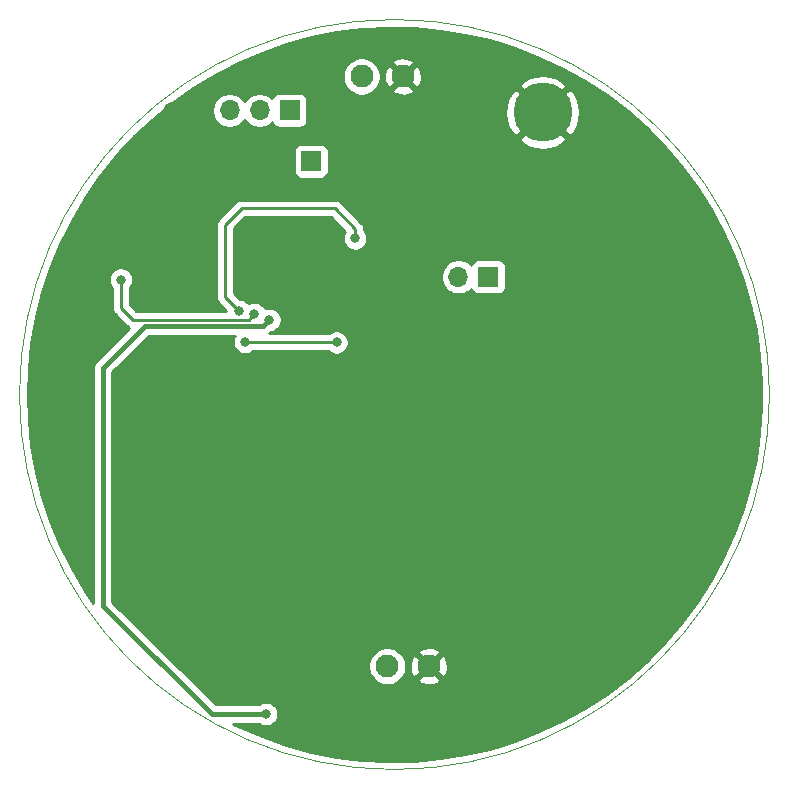
<source format=gbr>
G04 #@! TF.GenerationSoftware,KiCad,Pcbnew,(5.1.5)-3*
G04 #@! TF.CreationDate,2021-11-18T20:40:18-08:00*
G04 #@! TF.ProjectId,nixie_supply_v1,6e697869-655f-4737-9570-706c795f7631,rev?*
G04 #@! TF.SameCoordinates,Original*
G04 #@! TF.FileFunction,Copper,L4,Bot*
G04 #@! TF.FilePolarity,Positive*
%FSLAX46Y46*%
G04 Gerber Fmt 4.6, Leading zero omitted, Abs format (unit mm)*
G04 Created by KiCad (PCBNEW (5.1.5)-3) date 2021-11-18 20:40:18*
%MOMM*%
%LPD*%
G04 APERTURE LIST*
%ADD10C,0.120000*%
%ADD11C,5.000000*%
%ADD12O,1.700000X1.700000*%
%ADD13R,1.700000X1.700000*%
%ADD14C,1.950000*%
%ADD15C,0.800000*%
%ADD16C,1.600200*%
%ADD17C,0.250000*%
%ADD18C,0.381000*%
%ADD19C,0.254000*%
G04 APERTURE END LIST*
D10*
X159664400Y-69088000D02*
G75*
G03X159664400Y-69088000I-31750000J0D01*
G01*
D11*
X140462000Y-45212000D03*
D12*
X133324600Y-59131200D03*
D13*
X135864600Y-59131200D03*
D14*
X127307400Y-92100400D03*
X130807400Y-92100400D03*
X125123000Y-42164000D03*
X128623000Y-42164000D03*
D13*
X119024400Y-45034200D03*
D12*
X116484400Y-45034200D03*
X113944400Y-45034200D03*
D13*
X120853200Y-49326800D03*
D15*
X114782600Y-62026800D03*
X124587000Y-55880000D03*
D16*
X100421440Y-61526420D03*
X100421440Y-58986420D03*
X100421440Y-64066420D03*
X130886200Y-82397600D03*
X130886200Y-79857600D03*
D15*
X123398280Y-51440080D03*
X124668280Y-51440080D03*
D16*
X109169200Y-47599600D03*
X109169200Y-45059600D03*
X100365560Y-74693780D03*
X100365560Y-72153780D03*
X100365560Y-69613780D03*
X112115600Y-69189600D03*
X114655600Y-69189600D03*
X112115600Y-79349600D03*
X114655600Y-79349600D03*
X144322800Y-84455000D03*
X144322800Y-81915000D03*
X137795000Y-81915000D03*
X137795000Y-84455000D03*
X131671060Y-42006520D03*
X131671060Y-44546520D03*
X131671060Y-39466520D03*
X106606340Y-60612020D03*
X106606340Y-58072020D03*
X106832400Y-52603400D03*
X106832400Y-50063400D03*
D15*
X120294400Y-54889400D03*
X120294400Y-57429400D03*
X118719600Y-62458600D03*
X120269000Y-59944000D03*
X124663200Y-52578000D03*
X104749600Y-59359800D03*
X116052600Y-62280800D03*
X117322600Y-62763400D03*
X117043200Y-96139000D03*
X115265200Y-64643000D03*
X123017280Y-64678560D03*
D17*
X124587000Y-55880000D02*
X124587000Y-55880000D01*
X113588800Y-60833000D02*
X113588800Y-54711600D01*
X124587000Y-55092600D02*
X124587000Y-55880000D01*
X114782600Y-62026800D02*
X113588800Y-60833000D01*
X113588800Y-54711600D02*
X114960400Y-53340000D01*
X114960400Y-53340000D02*
X122834400Y-53340000D01*
X122834400Y-53340000D02*
X124587000Y-55092600D01*
X104749600Y-59359800D02*
X104749600Y-59359800D01*
X115581599Y-62751801D02*
X116052600Y-62280800D01*
X105754001Y-62751801D02*
X115581599Y-62751801D01*
X104749600Y-59359800D02*
X104749600Y-61747400D01*
X104749600Y-61747400D02*
X105754001Y-62751801D01*
D18*
X103200200Y-66852800D02*
X103200200Y-87020400D01*
X103200200Y-87020400D02*
X112431222Y-96139000D01*
X116814600Y-63271400D02*
X106781600Y-63271400D01*
X117322600Y-62763400D02*
X116814600Y-63271400D01*
X106781600Y-63271400D02*
X103200200Y-66852800D01*
X112431222Y-96139000D02*
X117043200Y-96139000D01*
D17*
X115290600Y-64668400D02*
X115265200Y-64643000D01*
X115300760Y-64678560D02*
X115265200Y-64643000D01*
X123017280Y-64678560D02*
X115300760Y-64678560D01*
D19*
G36*
X129557938Y-38076521D02*
G01*
X131741361Y-38269704D01*
X133905719Y-38616421D01*
X136040228Y-39114946D01*
X138134255Y-39762796D01*
X140177367Y-40556742D01*
X142159385Y-41492830D01*
X144070436Y-42566395D01*
X145900998Y-43772090D01*
X147641952Y-45103907D01*
X149284624Y-46555212D01*
X150820831Y-48118774D01*
X152242919Y-49786803D01*
X153543803Y-51550991D01*
X154717004Y-53402546D01*
X155756675Y-55332246D01*
X156657637Y-57330476D01*
X157415402Y-59387282D01*
X158026194Y-61492416D01*
X158486971Y-63635391D01*
X158795437Y-65805531D01*
X158950055Y-67992024D01*
X158950055Y-70183976D01*
X158795437Y-72370469D01*
X158486971Y-74540609D01*
X158026194Y-76683584D01*
X157415402Y-78788718D01*
X156657637Y-80845524D01*
X155756675Y-82843754D01*
X154717004Y-84773454D01*
X153543803Y-86625009D01*
X152242919Y-88389197D01*
X150820831Y-90057226D01*
X149284624Y-91620788D01*
X147641952Y-93072093D01*
X145900998Y-94403910D01*
X144070436Y-95609605D01*
X142159385Y-96683170D01*
X140177367Y-97619258D01*
X138134255Y-98413204D01*
X136040228Y-99061054D01*
X133905719Y-99559579D01*
X131741361Y-99906296D01*
X129557938Y-100099479D01*
X127366326Y-100138163D01*
X125177445Y-100022158D01*
X123002200Y-99752039D01*
X120851427Y-99329155D01*
X118735841Y-98755610D01*
X116665982Y-98034263D01*
X114652162Y-97168706D01*
X114256577Y-96964500D01*
X116415697Y-96964500D01*
X116552944Y-97056205D01*
X116741302Y-97134226D01*
X116941261Y-97174000D01*
X117145139Y-97174000D01*
X117345098Y-97134226D01*
X117533456Y-97056205D01*
X117702974Y-96942937D01*
X117847137Y-96798774D01*
X117960405Y-96629256D01*
X118038426Y-96440898D01*
X118078200Y-96240939D01*
X118078200Y-96037061D01*
X118038426Y-95837102D01*
X117960405Y-95648744D01*
X117847137Y-95479226D01*
X117702974Y-95335063D01*
X117533456Y-95221795D01*
X117345098Y-95143774D01*
X117145139Y-95104000D01*
X116941261Y-95104000D01*
X116741302Y-95143774D01*
X116552944Y-95221795D01*
X116415697Y-95313500D01*
X112770197Y-95313500D01*
X109356957Y-91941829D01*
X125697400Y-91941829D01*
X125697400Y-92258971D01*
X125759271Y-92570020D01*
X125880637Y-92863021D01*
X126056831Y-93126715D01*
X126281085Y-93350969D01*
X126544779Y-93527163D01*
X126837780Y-93648529D01*
X127148829Y-93710400D01*
X127465971Y-93710400D01*
X127777020Y-93648529D01*
X128070021Y-93527163D01*
X128333715Y-93350969D01*
X128466700Y-93217984D01*
X129869421Y-93217984D01*
X129962166Y-93479829D01*
X130247520Y-93618220D01*
X130554390Y-93698283D01*
X130870984Y-93716940D01*
X131185133Y-93673474D01*
X131484767Y-93569556D01*
X131652634Y-93479829D01*
X131745379Y-93217984D01*
X130807400Y-92280005D01*
X129869421Y-93217984D01*
X128466700Y-93217984D01*
X128557969Y-93126715D01*
X128734163Y-92863021D01*
X128855529Y-92570020D01*
X128917400Y-92258971D01*
X128917400Y-92163984D01*
X129190860Y-92163984D01*
X129234326Y-92478133D01*
X129338244Y-92777767D01*
X129427971Y-92945634D01*
X129689816Y-93038379D01*
X130627795Y-92100400D01*
X130987005Y-92100400D01*
X131924984Y-93038379D01*
X132186829Y-92945634D01*
X132325220Y-92660280D01*
X132405283Y-92353410D01*
X132423940Y-92036816D01*
X132380474Y-91722667D01*
X132276556Y-91423033D01*
X132186829Y-91255166D01*
X131924984Y-91162421D01*
X130987005Y-92100400D01*
X130627795Y-92100400D01*
X129689816Y-91162421D01*
X129427971Y-91255166D01*
X129289580Y-91540520D01*
X129209517Y-91847390D01*
X129190860Y-92163984D01*
X128917400Y-92163984D01*
X128917400Y-91941829D01*
X128855529Y-91630780D01*
X128734163Y-91337779D01*
X128557969Y-91074085D01*
X128466700Y-90982816D01*
X129869421Y-90982816D01*
X130807400Y-91920795D01*
X131745379Y-90982816D01*
X131652634Y-90720971D01*
X131367280Y-90582580D01*
X131060410Y-90502517D01*
X130743816Y-90483860D01*
X130429667Y-90527326D01*
X130130033Y-90631244D01*
X129962166Y-90720971D01*
X129869421Y-90982816D01*
X128466700Y-90982816D01*
X128333715Y-90849831D01*
X128070021Y-90673637D01*
X127777020Y-90552271D01*
X127465971Y-90490400D01*
X127148829Y-90490400D01*
X126837780Y-90552271D01*
X126544779Y-90673637D01*
X126281085Y-90849831D01*
X126056831Y-91074085D01*
X125880637Y-91337779D01*
X125759271Y-91630780D01*
X125697400Y-91941829D01*
X109356957Y-91941829D01*
X104025700Y-86675501D01*
X104025700Y-67194732D01*
X107123533Y-64096900D01*
X114385309Y-64096900D01*
X114347995Y-64152744D01*
X114269974Y-64341102D01*
X114230200Y-64541061D01*
X114230200Y-64744939D01*
X114269974Y-64944898D01*
X114347995Y-65133256D01*
X114461263Y-65302774D01*
X114605426Y-65446937D01*
X114774944Y-65560205D01*
X114963302Y-65638226D01*
X115163261Y-65678000D01*
X115367139Y-65678000D01*
X115567098Y-65638226D01*
X115755456Y-65560205D01*
X115924974Y-65446937D01*
X115933351Y-65438560D01*
X122313569Y-65438560D01*
X122357506Y-65482497D01*
X122527024Y-65595765D01*
X122715382Y-65673786D01*
X122915341Y-65713560D01*
X123119219Y-65713560D01*
X123319178Y-65673786D01*
X123507536Y-65595765D01*
X123677054Y-65482497D01*
X123821217Y-65338334D01*
X123934485Y-65168816D01*
X124012506Y-64980458D01*
X124052280Y-64780499D01*
X124052280Y-64576621D01*
X124012506Y-64376662D01*
X123934485Y-64188304D01*
X123821217Y-64018786D01*
X123677054Y-63874623D01*
X123507536Y-63761355D01*
X123319178Y-63683334D01*
X123119219Y-63643560D01*
X122915341Y-63643560D01*
X122715382Y-63683334D01*
X122527024Y-63761355D01*
X122357506Y-63874623D01*
X122313569Y-63918560D01*
X117327276Y-63918560D01*
X117401141Y-63857941D01*
X117426998Y-63826434D01*
X117462603Y-63790829D01*
X117624498Y-63758626D01*
X117812856Y-63680605D01*
X117982374Y-63567337D01*
X118126537Y-63423174D01*
X118239805Y-63253656D01*
X118317826Y-63065298D01*
X118357600Y-62865339D01*
X118357600Y-62661461D01*
X118317826Y-62461502D01*
X118239805Y-62273144D01*
X118126537Y-62103626D01*
X117982374Y-61959463D01*
X117812856Y-61846195D01*
X117624498Y-61768174D01*
X117424539Y-61728400D01*
X117220661Y-61728400D01*
X117020702Y-61768174D01*
X116969131Y-61789536D01*
X116856537Y-61621026D01*
X116712374Y-61476863D01*
X116542856Y-61363595D01*
X116354498Y-61285574D01*
X116154539Y-61245800D01*
X115950661Y-61245800D01*
X115750702Y-61285574D01*
X115577025Y-61357514D01*
X115442374Y-61222863D01*
X115272856Y-61109595D01*
X115084498Y-61031574D01*
X114884539Y-60991800D01*
X114822402Y-60991800D01*
X114348800Y-60518199D01*
X114348800Y-58984940D01*
X131839600Y-58984940D01*
X131839600Y-59277460D01*
X131896668Y-59564358D01*
X132008610Y-59834611D01*
X132171125Y-60077832D01*
X132377968Y-60284675D01*
X132621189Y-60447190D01*
X132891442Y-60559132D01*
X133178340Y-60616200D01*
X133470860Y-60616200D01*
X133757758Y-60559132D01*
X134028011Y-60447190D01*
X134271232Y-60284675D01*
X134403087Y-60152820D01*
X134425098Y-60225380D01*
X134484063Y-60335694D01*
X134563415Y-60432385D01*
X134660106Y-60511737D01*
X134770420Y-60570702D01*
X134890118Y-60607012D01*
X135014600Y-60619272D01*
X136714600Y-60619272D01*
X136839082Y-60607012D01*
X136958780Y-60570702D01*
X137069094Y-60511737D01*
X137165785Y-60432385D01*
X137245137Y-60335694D01*
X137304102Y-60225380D01*
X137340412Y-60105682D01*
X137352672Y-59981200D01*
X137352672Y-58281200D01*
X137340412Y-58156718D01*
X137304102Y-58037020D01*
X137245137Y-57926706D01*
X137165785Y-57830015D01*
X137069094Y-57750663D01*
X136958780Y-57691698D01*
X136839082Y-57655388D01*
X136714600Y-57643128D01*
X135014600Y-57643128D01*
X134890118Y-57655388D01*
X134770420Y-57691698D01*
X134660106Y-57750663D01*
X134563415Y-57830015D01*
X134484063Y-57926706D01*
X134425098Y-58037020D01*
X134403087Y-58109580D01*
X134271232Y-57977725D01*
X134028011Y-57815210D01*
X133757758Y-57703268D01*
X133470860Y-57646200D01*
X133178340Y-57646200D01*
X132891442Y-57703268D01*
X132621189Y-57815210D01*
X132377968Y-57977725D01*
X132171125Y-58184568D01*
X132008610Y-58427789D01*
X131896668Y-58698042D01*
X131839600Y-58984940D01*
X114348800Y-58984940D01*
X114348800Y-55026401D01*
X115275202Y-54100000D01*
X122519599Y-54100000D01*
X123725690Y-55306091D01*
X123669795Y-55389744D01*
X123591774Y-55578102D01*
X123552000Y-55778061D01*
X123552000Y-55981939D01*
X123591774Y-56181898D01*
X123669795Y-56370256D01*
X123783063Y-56539774D01*
X123927226Y-56683937D01*
X124096744Y-56797205D01*
X124285102Y-56875226D01*
X124485061Y-56915000D01*
X124688939Y-56915000D01*
X124888898Y-56875226D01*
X125077256Y-56797205D01*
X125246774Y-56683937D01*
X125390937Y-56539774D01*
X125504205Y-56370256D01*
X125582226Y-56181898D01*
X125622000Y-55981939D01*
X125622000Y-55778061D01*
X125582226Y-55578102D01*
X125504205Y-55389744D01*
X125390937Y-55220226D01*
X125347000Y-55176289D01*
X125347000Y-55129925D01*
X125350676Y-55092600D01*
X125347000Y-55055275D01*
X125347000Y-55055267D01*
X125336003Y-54943614D01*
X125292546Y-54800353D01*
X125221974Y-54668324D01*
X125127001Y-54552599D01*
X125098004Y-54528802D01*
X123398204Y-52829003D01*
X123374401Y-52799999D01*
X123258676Y-52705026D01*
X123126647Y-52634454D01*
X122983386Y-52590997D01*
X122871733Y-52580000D01*
X122871722Y-52580000D01*
X122834400Y-52576324D01*
X122797078Y-52580000D01*
X114997722Y-52580000D01*
X114960399Y-52576324D01*
X114923076Y-52580000D01*
X114923067Y-52580000D01*
X114811414Y-52590997D01*
X114668153Y-52634454D01*
X114536124Y-52705026D01*
X114420399Y-52799999D01*
X114396601Y-52828997D01*
X113077798Y-54147801D01*
X113048800Y-54171599D01*
X113025002Y-54200597D01*
X113025001Y-54200598D01*
X112953826Y-54287324D01*
X112883254Y-54419354D01*
X112839798Y-54562615D01*
X112825124Y-54711600D01*
X112828801Y-54748932D01*
X112828800Y-60795677D01*
X112825124Y-60833000D01*
X112828800Y-60870322D01*
X112828800Y-60870332D01*
X112839797Y-60981985D01*
X112879365Y-61112426D01*
X112883254Y-61125246D01*
X112953826Y-61257276D01*
X112977050Y-61285574D01*
X113048799Y-61373001D01*
X113077803Y-61396804D01*
X113672799Y-61991801D01*
X106068803Y-61991801D01*
X105509600Y-61432599D01*
X105509600Y-60063511D01*
X105553537Y-60019574D01*
X105666805Y-59850056D01*
X105744826Y-59661698D01*
X105784600Y-59461739D01*
X105784600Y-59257861D01*
X105744826Y-59057902D01*
X105666805Y-58869544D01*
X105553537Y-58700026D01*
X105409374Y-58555863D01*
X105239856Y-58442595D01*
X105051498Y-58364574D01*
X104851539Y-58324800D01*
X104647661Y-58324800D01*
X104447702Y-58364574D01*
X104259344Y-58442595D01*
X104089826Y-58555863D01*
X103945663Y-58700026D01*
X103832395Y-58869544D01*
X103754374Y-59057902D01*
X103714600Y-59257861D01*
X103714600Y-59461739D01*
X103754374Y-59661698D01*
X103832395Y-59850056D01*
X103945663Y-60019574D01*
X103989600Y-60063511D01*
X103989601Y-61710068D01*
X103985924Y-61747400D01*
X104000598Y-61896385D01*
X104044054Y-62039646D01*
X104114626Y-62171676D01*
X104185801Y-62258402D01*
X104209600Y-62287401D01*
X104238598Y-62311199D01*
X105190202Y-63262804D01*
X105214000Y-63291802D01*
X105242998Y-63315600D01*
X105329725Y-63386775D01*
X105439901Y-63445666D01*
X102645166Y-66240402D01*
X102613659Y-66266259D01*
X102544414Y-66350635D01*
X102510501Y-66391958D01*
X102433848Y-66535366D01*
X102433847Y-66535367D01*
X102386644Y-66690975D01*
X102376108Y-66797953D01*
X102370706Y-66852800D01*
X102374700Y-66893350D01*
X102374701Y-86721851D01*
X101682055Y-85709586D01*
X100574930Y-83817780D01*
X99604009Y-81852590D01*
X98774128Y-79823809D01*
X98089423Y-77741541D01*
X97553305Y-75616163D01*
X97168444Y-73458261D01*
X96936757Y-71278587D01*
X96859400Y-69088000D01*
X96936757Y-66897413D01*
X97168444Y-64717739D01*
X97553305Y-62559837D01*
X98089423Y-60434459D01*
X98774128Y-58352191D01*
X99604009Y-56323410D01*
X100574930Y-54358220D01*
X101682055Y-52466414D01*
X102919869Y-50657416D01*
X104282204Y-48940238D01*
X104706448Y-48476800D01*
X119365128Y-48476800D01*
X119365128Y-50176800D01*
X119377388Y-50301282D01*
X119413698Y-50420980D01*
X119472663Y-50531294D01*
X119552015Y-50627985D01*
X119648706Y-50707337D01*
X119759020Y-50766302D01*
X119878718Y-50802612D01*
X120003200Y-50814872D01*
X121703200Y-50814872D01*
X121827682Y-50802612D01*
X121947380Y-50766302D01*
X122057694Y-50707337D01*
X122154385Y-50627985D01*
X122233737Y-50531294D01*
X122292702Y-50420980D01*
X122329012Y-50301282D01*
X122341272Y-50176800D01*
X122341272Y-48476800D01*
X122329012Y-48352318D01*
X122292702Y-48232620D01*
X122233737Y-48122306D01*
X122154385Y-48025615D01*
X122057694Y-47946263D01*
X121947380Y-47887298D01*
X121827682Y-47850988D01*
X121703200Y-47838728D01*
X120003200Y-47838728D01*
X119878718Y-47850988D01*
X119759020Y-47887298D01*
X119648706Y-47946263D01*
X119552015Y-48025615D01*
X119472663Y-48122306D01*
X119413698Y-48232620D01*
X119377388Y-48352318D01*
X119365128Y-48476800D01*
X104706448Y-48476800D01*
X105678316Y-47415148D01*
X138438457Y-47415148D01*
X138714627Y-47833118D01*
X139259557Y-48123649D01*
X139850696Y-48302287D01*
X140465328Y-48362168D01*
X141079831Y-48300990D01*
X141670592Y-48121103D01*
X142209373Y-47833118D01*
X142485543Y-47415148D01*
X140462000Y-45391605D01*
X138438457Y-47415148D01*
X105678316Y-47415148D01*
X105762273Y-47323435D01*
X107352703Y-45815062D01*
X108479866Y-44887940D01*
X112459400Y-44887940D01*
X112459400Y-45180460D01*
X112516468Y-45467358D01*
X112628410Y-45737611D01*
X112790925Y-45980832D01*
X112997768Y-46187675D01*
X113240989Y-46350190D01*
X113511242Y-46462132D01*
X113798140Y-46519200D01*
X114090660Y-46519200D01*
X114377558Y-46462132D01*
X114647811Y-46350190D01*
X114891032Y-46187675D01*
X115097875Y-45980832D01*
X115214400Y-45806440D01*
X115330925Y-45980832D01*
X115537768Y-46187675D01*
X115780989Y-46350190D01*
X116051242Y-46462132D01*
X116338140Y-46519200D01*
X116630660Y-46519200D01*
X116917558Y-46462132D01*
X117187811Y-46350190D01*
X117431032Y-46187675D01*
X117562887Y-46055820D01*
X117584898Y-46128380D01*
X117643863Y-46238694D01*
X117723215Y-46335385D01*
X117819906Y-46414737D01*
X117930220Y-46473702D01*
X118049918Y-46510012D01*
X118174400Y-46522272D01*
X119874400Y-46522272D01*
X119998882Y-46510012D01*
X120118580Y-46473702D01*
X120228894Y-46414737D01*
X120325585Y-46335385D01*
X120404937Y-46238694D01*
X120463902Y-46128380D01*
X120500212Y-46008682D01*
X120512472Y-45884200D01*
X120512472Y-45215328D01*
X137311832Y-45215328D01*
X137373010Y-45829831D01*
X137552897Y-46420592D01*
X137840882Y-46959373D01*
X138258852Y-47235543D01*
X140282395Y-45212000D01*
X140641605Y-45212000D01*
X142665148Y-47235543D01*
X143083118Y-46959373D01*
X143373649Y-46414443D01*
X143552287Y-45823304D01*
X143612168Y-45208672D01*
X143550990Y-44594169D01*
X143371103Y-44003408D01*
X143083118Y-43464627D01*
X142665148Y-43188457D01*
X140641605Y-45212000D01*
X140282395Y-45212000D01*
X138258852Y-43188457D01*
X137840882Y-43464627D01*
X137550351Y-44009557D01*
X137371713Y-44600696D01*
X137311832Y-45215328D01*
X120512472Y-45215328D01*
X120512472Y-44184200D01*
X120500212Y-44059718D01*
X120463902Y-43940020D01*
X120404937Y-43829706D01*
X120325585Y-43733015D01*
X120228894Y-43653663D01*
X120118580Y-43594698D01*
X119998882Y-43558388D01*
X119874400Y-43546128D01*
X118174400Y-43546128D01*
X118049918Y-43558388D01*
X117930220Y-43594698D01*
X117819906Y-43653663D01*
X117723215Y-43733015D01*
X117643863Y-43829706D01*
X117584898Y-43940020D01*
X117562887Y-44012580D01*
X117431032Y-43880725D01*
X117187811Y-43718210D01*
X116917558Y-43606268D01*
X116630660Y-43549200D01*
X116338140Y-43549200D01*
X116051242Y-43606268D01*
X115780989Y-43718210D01*
X115537768Y-43880725D01*
X115330925Y-44087568D01*
X115214400Y-44261960D01*
X115097875Y-44087568D01*
X114891032Y-43880725D01*
X114647811Y-43718210D01*
X114377558Y-43606268D01*
X114090660Y-43549200D01*
X113798140Y-43549200D01*
X113511242Y-43606268D01*
X113240989Y-43718210D01*
X112997768Y-43880725D01*
X112790925Y-44087568D01*
X112628410Y-44330789D01*
X112516468Y-44601042D01*
X112459400Y-44887940D01*
X108479866Y-44887940D01*
X109045571Y-44422633D01*
X110832442Y-43153087D01*
X112704414Y-42012746D01*
X112718588Y-42005429D01*
X123513000Y-42005429D01*
X123513000Y-42322571D01*
X123574871Y-42633620D01*
X123696237Y-42926621D01*
X123872431Y-43190315D01*
X124096685Y-43414569D01*
X124360379Y-43590763D01*
X124653380Y-43712129D01*
X124964429Y-43774000D01*
X125281571Y-43774000D01*
X125592620Y-43712129D01*
X125885621Y-43590763D01*
X126149315Y-43414569D01*
X126282300Y-43281584D01*
X127685021Y-43281584D01*
X127777766Y-43543429D01*
X128063120Y-43681820D01*
X128369990Y-43761883D01*
X128686584Y-43780540D01*
X129000733Y-43737074D01*
X129300367Y-43633156D01*
X129468234Y-43543429D01*
X129560979Y-43281584D01*
X128623000Y-42343605D01*
X127685021Y-43281584D01*
X126282300Y-43281584D01*
X126373569Y-43190315D01*
X126549763Y-42926621D01*
X126671129Y-42633620D01*
X126733000Y-42322571D01*
X126733000Y-42227584D01*
X127006460Y-42227584D01*
X127049926Y-42541733D01*
X127153844Y-42841367D01*
X127243571Y-43009234D01*
X127505416Y-43101979D01*
X128443395Y-42164000D01*
X128802605Y-42164000D01*
X129740584Y-43101979D01*
X130002429Y-43009234D01*
X130002614Y-43008852D01*
X138438457Y-43008852D01*
X140462000Y-45032395D01*
X142485543Y-43008852D01*
X142209373Y-42590882D01*
X141664443Y-42300351D01*
X141073304Y-42121713D01*
X140458672Y-42061832D01*
X139844169Y-42123010D01*
X139253408Y-42302897D01*
X138714627Y-42590882D01*
X138438457Y-43008852D01*
X130002614Y-43008852D01*
X130140820Y-42723880D01*
X130220883Y-42417010D01*
X130239540Y-42100416D01*
X130196074Y-41786267D01*
X130092156Y-41486633D01*
X130002429Y-41318766D01*
X129740584Y-41226021D01*
X128802605Y-42164000D01*
X128443395Y-42164000D01*
X127505416Y-41226021D01*
X127243571Y-41318766D01*
X127105180Y-41604120D01*
X127025117Y-41910990D01*
X127006460Y-42227584D01*
X126733000Y-42227584D01*
X126733000Y-42005429D01*
X126671129Y-41694380D01*
X126549763Y-41401379D01*
X126373569Y-41137685D01*
X126282300Y-41046416D01*
X127685021Y-41046416D01*
X128623000Y-41984395D01*
X129560979Y-41046416D01*
X129468234Y-40784571D01*
X129182880Y-40646180D01*
X128876010Y-40566117D01*
X128559416Y-40547460D01*
X128245267Y-40590926D01*
X127945633Y-40694844D01*
X127777766Y-40784571D01*
X127685021Y-41046416D01*
X126282300Y-41046416D01*
X126149315Y-40913431D01*
X125885621Y-40737237D01*
X125592620Y-40615871D01*
X125281571Y-40554000D01*
X124964429Y-40554000D01*
X124653380Y-40615871D01*
X124360379Y-40737237D01*
X124096685Y-40913431D01*
X123872431Y-41137685D01*
X123696237Y-41401379D01*
X123574871Y-41694380D01*
X123513000Y-42005429D01*
X112718588Y-42005429D01*
X114652162Y-41007294D01*
X116665982Y-40141737D01*
X118735841Y-39420390D01*
X120851427Y-38846845D01*
X123002200Y-38423961D01*
X125177445Y-38153842D01*
X127366326Y-38037837D01*
X129557938Y-38076521D01*
G37*
X129557938Y-38076521D02*
X131741361Y-38269704D01*
X133905719Y-38616421D01*
X136040228Y-39114946D01*
X138134255Y-39762796D01*
X140177367Y-40556742D01*
X142159385Y-41492830D01*
X144070436Y-42566395D01*
X145900998Y-43772090D01*
X147641952Y-45103907D01*
X149284624Y-46555212D01*
X150820831Y-48118774D01*
X152242919Y-49786803D01*
X153543803Y-51550991D01*
X154717004Y-53402546D01*
X155756675Y-55332246D01*
X156657637Y-57330476D01*
X157415402Y-59387282D01*
X158026194Y-61492416D01*
X158486971Y-63635391D01*
X158795437Y-65805531D01*
X158950055Y-67992024D01*
X158950055Y-70183976D01*
X158795437Y-72370469D01*
X158486971Y-74540609D01*
X158026194Y-76683584D01*
X157415402Y-78788718D01*
X156657637Y-80845524D01*
X155756675Y-82843754D01*
X154717004Y-84773454D01*
X153543803Y-86625009D01*
X152242919Y-88389197D01*
X150820831Y-90057226D01*
X149284624Y-91620788D01*
X147641952Y-93072093D01*
X145900998Y-94403910D01*
X144070436Y-95609605D01*
X142159385Y-96683170D01*
X140177367Y-97619258D01*
X138134255Y-98413204D01*
X136040228Y-99061054D01*
X133905719Y-99559579D01*
X131741361Y-99906296D01*
X129557938Y-100099479D01*
X127366326Y-100138163D01*
X125177445Y-100022158D01*
X123002200Y-99752039D01*
X120851427Y-99329155D01*
X118735841Y-98755610D01*
X116665982Y-98034263D01*
X114652162Y-97168706D01*
X114256577Y-96964500D01*
X116415697Y-96964500D01*
X116552944Y-97056205D01*
X116741302Y-97134226D01*
X116941261Y-97174000D01*
X117145139Y-97174000D01*
X117345098Y-97134226D01*
X117533456Y-97056205D01*
X117702974Y-96942937D01*
X117847137Y-96798774D01*
X117960405Y-96629256D01*
X118038426Y-96440898D01*
X118078200Y-96240939D01*
X118078200Y-96037061D01*
X118038426Y-95837102D01*
X117960405Y-95648744D01*
X117847137Y-95479226D01*
X117702974Y-95335063D01*
X117533456Y-95221795D01*
X117345098Y-95143774D01*
X117145139Y-95104000D01*
X116941261Y-95104000D01*
X116741302Y-95143774D01*
X116552944Y-95221795D01*
X116415697Y-95313500D01*
X112770197Y-95313500D01*
X109356957Y-91941829D01*
X125697400Y-91941829D01*
X125697400Y-92258971D01*
X125759271Y-92570020D01*
X125880637Y-92863021D01*
X126056831Y-93126715D01*
X126281085Y-93350969D01*
X126544779Y-93527163D01*
X126837780Y-93648529D01*
X127148829Y-93710400D01*
X127465971Y-93710400D01*
X127777020Y-93648529D01*
X128070021Y-93527163D01*
X128333715Y-93350969D01*
X128466700Y-93217984D01*
X129869421Y-93217984D01*
X129962166Y-93479829D01*
X130247520Y-93618220D01*
X130554390Y-93698283D01*
X130870984Y-93716940D01*
X131185133Y-93673474D01*
X131484767Y-93569556D01*
X131652634Y-93479829D01*
X131745379Y-93217984D01*
X130807400Y-92280005D01*
X129869421Y-93217984D01*
X128466700Y-93217984D01*
X128557969Y-93126715D01*
X128734163Y-92863021D01*
X128855529Y-92570020D01*
X128917400Y-92258971D01*
X128917400Y-92163984D01*
X129190860Y-92163984D01*
X129234326Y-92478133D01*
X129338244Y-92777767D01*
X129427971Y-92945634D01*
X129689816Y-93038379D01*
X130627795Y-92100400D01*
X130987005Y-92100400D01*
X131924984Y-93038379D01*
X132186829Y-92945634D01*
X132325220Y-92660280D01*
X132405283Y-92353410D01*
X132423940Y-92036816D01*
X132380474Y-91722667D01*
X132276556Y-91423033D01*
X132186829Y-91255166D01*
X131924984Y-91162421D01*
X130987005Y-92100400D01*
X130627795Y-92100400D01*
X129689816Y-91162421D01*
X129427971Y-91255166D01*
X129289580Y-91540520D01*
X129209517Y-91847390D01*
X129190860Y-92163984D01*
X128917400Y-92163984D01*
X128917400Y-91941829D01*
X128855529Y-91630780D01*
X128734163Y-91337779D01*
X128557969Y-91074085D01*
X128466700Y-90982816D01*
X129869421Y-90982816D01*
X130807400Y-91920795D01*
X131745379Y-90982816D01*
X131652634Y-90720971D01*
X131367280Y-90582580D01*
X131060410Y-90502517D01*
X130743816Y-90483860D01*
X130429667Y-90527326D01*
X130130033Y-90631244D01*
X129962166Y-90720971D01*
X129869421Y-90982816D01*
X128466700Y-90982816D01*
X128333715Y-90849831D01*
X128070021Y-90673637D01*
X127777020Y-90552271D01*
X127465971Y-90490400D01*
X127148829Y-90490400D01*
X126837780Y-90552271D01*
X126544779Y-90673637D01*
X126281085Y-90849831D01*
X126056831Y-91074085D01*
X125880637Y-91337779D01*
X125759271Y-91630780D01*
X125697400Y-91941829D01*
X109356957Y-91941829D01*
X104025700Y-86675501D01*
X104025700Y-67194732D01*
X107123533Y-64096900D01*
X114385309Y-64096900D01*
X114347995Y-64152744D01*
X114269974Y-64341102D01*
X114230200Y-64541061D01*
X114230200Y-64744939D01*
X114269974Y-64944898D01*
X114347995Y-65133256D01*
X114461263Y-65302774D01*
X114605426Y-65446937D01*
X114774944Y-65560205D01*
X114963302Y-65638226D01*
X115163261Y-65678000D01*
X115367139Y-65678000D01*
X115567098Y-65638226D01*
X115755456Y-65560205D01*
X115924974Y-65446937D01*
X115933351Y-65438560D01*
X122313569Y-65438560D01*
X122357506Y-65482497D01*
X122527024Y-65595765D01*
X122715382Y-65673786D01*
X122915341Y-65713560D01*
X123119219Y-65713560D01*
X123319178Y-65673786D01*
X123507536Y-65595765D01*
X123677054Y-65482497D01*
X123821217Y-65338334D01*
X123934485Y-65168816D01*
X124012506Y-64980458D01*
X124052280Y-64780499D01*
X124052280Y-64576621D01*
X124012506Y-64376662D01*
X123934485Y-64188304D01*
X123821217Y-64018786D01*
X123677054Y-63874623D01*
X123507536Y-63761355D01*
X123319178Y-63683334D01*
X123119219Y-63643560D01*
X122915341Y-63643560D01*
X122715382Y-63683334D01*
X122527024Y-63761355D01*
X122357506Y-63874623D01*
X122313569Y-63918560D01*
X117327276Y-63918560D01*
X117401141Y-63857941D01*
X117426998Y-63826434D01*
X117462603Y-63790829D01*
X117624498Y-63758626D01*
X117812856Y-63680605D01*
X117982374Y-63567337D01*
X118126537Y-63423174D01*
X118239805Y-63253656D01*
X118317826Y-63065298D01*
X118357600Y-62865339D01*
X118357600Y-62661461D01*
X118317826Y-62461502D01*
X118239805Y-62273144D01*
X118126537Y-62103626D01*
X117982374Y-61959463D01*
X117812856Y-61846195D01*
X117624498Y-61768174D01*
X117424539Y-61728400D01*
X117220661Y-61728400D01*
X117020702Y-61768174D01*
X116969131Y-61789536D01*
X116856537Y-61621026D01*
X116712374Y-61476863D01*
X116542856Y-61363595D01*
X116354498Y-61285574D01*
X116154539Y-61245800D01*
X115950661Y-61245800D01*
X115750702Y-61285574D01*
X115577025Y-61357514D01*
X115442374Y-61222863D01*
X115272856Y-61109595D01*
X115084498Y-61031574D01*
X114884539Y-60991800D01*
X114822402Y-60991800D01*
X114348800Y-60518199D01*
X114348800Y-58984940D01*
X131839600Y-58984940D01*
X131839600Y-59277460D01*
X131896668Y-59564358D01*
X132008610Y-59834611D01*
X132171125Y-60077832D01*
X132377968Y-60284675D01*
X132621189Y-60447190D01*
X132891442Y-60559132D01*
X133178340Y-60616200D01*
X133470860Y-60616200D01*
X133757758Y-60559132D01*
X134028011Y-60447190D01*
X134271232Y-60284675D01*
X134403087Y-60152820D01*
X134425098Y-60225380D01*
X134484063Y-60335694D01*
X134563415Y-60432385D01*
X134660106Y-60511737D01*
X134770420Y-60570702D01*
X134890118Y-60607012D01*
X135014600Y-60619272D01*
X136714600Y-60619272D01*
X136839082Y-60607012D01*
X136958780Y-60570702D01*
X137069094Y-60511737D01*
X137165785Y-60432385D01*
X137245137Y-60335694D01*
X137304102Y-60225380D01*
X137340412Y-60105682D01*
X137352672Y-59981200D01*
X137352672Y-58281200D01*
X137340412Y-58156718D01*
X137304102Y-58037020D01*
X137245137Y-57926706D01*
X137165785Y-57830015D01*
X137069094Y-57750663D01*
X136958780Y-57691698D01*
X136839082Y-57655388D01*
X136714600Y-57643128D01*
X135014600Y-57643128D01*
X134890118Y-57655388D01*
X134770420Y-57691698D01*
X134660106Y-57750663D01*
X134563415Y-57830015D01*
X134484063Y-57926706D01*
X134425098Y-58037020D01*
X134403087Y-58109580D01*
X134271232Y-57977725D01*
X134028011Y-57815210D01*
X133757758Y-57703268D01*
X133470860Y-57646200D01*
X133178340Y-57646200D01*
X132891442Y-57703268D01*
X132621189Y-57815210D01*
X132377968Y-57977725D01*
X132171125Y-58184568D01*
X132008610Y-58427789D01*
X131896668Y-58698042D01*
X131839600Y-58984940D01*
X114348800Y-58984940D01*
X114348800Y-55026401D01*
X115275202Y-54100000D01*
X122519599Y-54100000D01*
X123725690Y-55306091D01*
X123669795Y-55389744D01*
X123591774Y-55578102D01*
X123552000Y-55778061D01*
X123552000Y-55981939D01*
X123591774Y-56181898D01*
X123669795Y-56370256D01*
X123783063Y-56539774D01*
X123927226Y-56683937D01*
X124096744Y-56797205D01*
X124285102Y-56875226D01*
X124485061Y-56915000D01*
X124688939Y-56915000D01*
X124888898Y-56875226D01*
X125077256Y-56797205D01*
X125246774Y-56683937D01*
X125390937Y-56539774D01*
X125504205Y-56370256D01*
X125582226Y-56181898D01*
X125622000Y-55981939D01*
X125622000Y-55778061D01*
X125582226Y-55578102D01*
X125504205Y-55389744D01*
X125390937Y-55220226D01*
X125347000Y-55176289D01*
X125347000Y-55129925D01*
X125350676Y-55092600D01*
X125347000Y-55055275D01*
X125347000Y-55055267D01*
X125336003Y-54943614D01*
X125292546Y-54800353D01*
X125221974Y-54668324D01*
X125127001Y-54552599D01*
X125098004Y-54528802D01*
X123398204Y-52829003D01*
X123374401Y-52799999D01*
X123258676Y-52705026D01*
X123126647Y-52634454D01*
X122983386Y-52590997D01*
X122871733Y-52580000D01*
X122871722Y-52580000D01*
X122834400Y-52576324D01*
X122797078Y-52580000D01*
X114997722Y-52580000D01*
X114960399Y-52576324D01*
X114923076Y-52580000D01*
X114923067Y-52580000D01*
X114811414Y-52590997D01*
X114668153Y-52634454D01*
X114536124Y-52705026D01*
X114420399Y-52799999D01*
X114396601Y-52828997D01*
X113077798Y-54147801D01*
X113048800Y-54171599D01*
X113025002Y-54200597D01*
X113025001Y-54200598D01*
X112953826Y-54287324D01*
X112883254Y-54419354D01*
X112839798Y-54562615D01*
X112825124Y-54711600D01*
X112828801Y-54748932D01*
X112828800Y-60795677D01*
X112825124Y-60833000D01*
X112828800Y-60870322D01*
X112828800Y-60870332D01*
X112839797Y-60981985D01*
X112879365Y-61112426D01*
X112883254Y-61125246D01*
X112953826Y-61257276D01*
X112977050Y-61285574D01*
X113048799Y-61373001D01*
X113077803Y-61396804D01*
X113672799Y-61991801D01*
X106068803Y-61991801D01*
X105509600Y-61432599D01*
X105509600Y-60063511D01*
X105553537Y-60019574D01*
X105666805Y-59850056D01*
X105744826Y-59661698D01*
X105784600Y-59461739D01*
X105784600Y-59257861D01*
X105744826Y-59057902D01*
X105666805Y-58869544D01*
X105553537Y-58700026D01*
X105409374Y-58555863D01*
X105239856Y-58442595D01*
X105051498Y-58364574D01*
X104851539Y-58324800D01*
X104647661Y-58324800D01*
X104447702Y-58364574D01*
X104259344Y-58442595D01*
X104089826Y-58555863D01*
X103945663Y-58700026D01*
X103832395Y-58869544D01*
X103754374Y-59057902D01*
X103714600Y-59257861D01*
X103714600Y-59461739D01*
X103754374Y-59661698D01*
X103832395Y-59850056D01*
X103945663Y-60019574D01*
X103989600Y-60063511D01*
X103989601Y-61710068D01*
X103985924Y-61747400D01*
X104000598Y-61896385D01*
X104044054Y-62039646D01*
X104114626Y-62171676D01*
X104185801Y-62258402D01*
X104209600Y-62287401D01*
X104238598Y-62311199D01*
X105190202Y-63262804D01*
X105214000Y-63291802D01*
X105242998Y-63315600D01*
X105329725Y-63386775D01*
X105439901Y-63445666D01*
X102645166Y-66240402D01*
X102613659Y-66266259D01*
X102544414Y-66350635D01*
X102510501Y-66391958D01*
X102433848Y-66535366D01*
X102433847Y-66535367D01*
X102386644Y-66690975D01*
X102376108Y-66797953D01*
X102370706Y-66852800D01*
X102374700Y-66893350D01*
X102374701Y-86721851D01*
X101682055Y-85709586D01*
X100574930Y-83817780D01*
X99604009Y-81852590D01*
X98774128Y-79823809D01*
X98089423Y-77741541D01*
X97553305Y-75616163D01*
X97168444Y-73458261D01*
X96936757Y-71278587D01*
X96859400Y-69088000D01*
X96936757Y-66897413D01*
X97168444Y-64717739D01*
X97553305Y-62559837D01*
X98089423Y-60434459D01*
X98774128Y-58352191D01*
X99604009Y-56323410D01*
X100574930Y-54358220D01*
X101682055Y-52466414D01*
X102919869Y-50657416D01*
X104282204Y-48940238D01*
X104706448Y-48476800D01*
X119365128Y-48476800D01*
X119365128Y-50176800D01*
X119377388Y-50301282D01*
X119413698Y-50420980D01*
X119472663Y-50531294D01*
X119552015Y-50627985D01*
X119648706Y-50707337D01*
X119759020Y-50766302D01*
X119878718Y-50802612D01*
X120003200Y-50814872D01*
X121703200Y-50814872D01*
X121827682Y-50802612D01*
X121947380Y-50766302D01*
X122057694Y-50707337D01*
X122154385Y-50627985D01*
X122233737Y-50531294D01*
X122292702Y-50420980D01*
X122329012Y-50301282D01*
X122341272Y-50176800D01*
X122341272Y-48476800D01*
X122329012Y-48352318D01*
X122292702Y-48232620D01*
X122233737Y-48122306D01*
X122154385Y-48025615D01*
X122057694Y-47946263D01*
X121947380Y-47887298D01*
X121827682Y-47850988D01*
X121703200Y-47838728D01*
X120003200Y-47838728D01*
X119878718Y-47850988D01*
X119759020Y-47887298D01*
X119648706Y-47946263D01*
X119552015Y-48025615D01*
X119472663Y-48122306D01*
X119413698Y-48232620D01*
X119377388Y-48352318D01*
X119365128Y-48476800D01*
X104706448Y-48476800D01*
X105678316Y-47415148D01*
X138438457Y-47415148D01*
X138714627Y-47833118D01*
X139259557Y-48123649D01*
X139850696Y-48302287D01*
X140465328Y-48362168D01*
X141079831Y-48300990D01*
X141670592Y-48121103D01*
X142209373Y-47833118D01*
X142485543Y-47415148D01*
X140462000Y-45391605D01*
X138438457Y-47415148D01*
X105678316Y-47415148D01*
X105762273Y-47323435D01*
X107352703Y-45815062D01*
X108479866Y-44887940D01*
X112459400Y-44887940D01*
X112459400Y-45180460D01*
X112516468Y-45467358D01*
X112628410Y-45737611D01*
X112790925Y-45980832D01*
X112997768Y-46187675D01*
X113240989Y-46350190D01*
X113511242Y-46462132D01*
X113798140Y-46519200D01*
X114090660Y-46519200D01*
X114377558Y-46462132D01*
X114647811Y-46350190D01*
X114891032Y-46187675D01*
X115097875Y-45980832D01*
X115214400Y-45806440D01*
X115330925Y-45980832D01*
X115537768Y-46187675D01*
X115780989Y-46350190D01*
X116051242Y-46462132D01*
X116338140Y-46519200D01*
X116630660Y-46519200D01*
X116917558Y-46462132D01*
X117187811Y-46350190D01*
X117431032Y-46187675D01*
X117562887Y-46055820D01*
X117584898Y-46128380D01*
X117643863Y-46238694D01*
X117723215Y-46335385D01*
X117819906Y-46414737D01*
X117930220Y-46473702D01*
X118049918Y-46510012D01*
X118174400Y-46522272D01*
X119874400Y-46522272D01*
X119998882Y-46510012D01*
X120118580Y-46473702D01*
X120228894Y-46414737D01*
X120325585Y-46335385D01*
X120404937Y-46238694D01*
X120463902Y-46128380D01*
X120500212Y-46008682D01*
X120512472Y-45884200D01*
X120512472Y-45215328D01*
X137311832Y-45215328D01*
X137373010Y-45829831D01*
X137552897Y-46420592D01*
X137840882Y-46959373D01*
X138258852Y-47235543D01*
X140282395Y-45212000D01*
X140641605Y-45212000D01*
X142665148Y-47235543D01*
X143083118Y-46959373D01*
X143373649Y-46414443D01*
X143552287Y-45823304D01*
X143612168Y-45208672D01*
X143550990Y-44594169D01*
X143371103Y-44003408D01*
X143083118Y-43464627D01*
X142665148Y-43188457D01*
X140641605Y-45212000D01*
X140282395Y-45212000D01*
X138258852Y-43188457D01*
X137840882Y-43464627D01*
X137550351Y-44009557D01*
X137371713Y-44600696D01*
X137311832Y-45215328D01*
X120512472Y-45215328D01*
X120512472Y-44184200D01*
X120500212Y-44059718D01*
X120463902Y-43940020D01*
X120404937Y-43829706D01*
X120325585Y-43733015D01*
X120228894Y-43653663D01*
X120118580Y-43594698D01*
X119998882Y-43558388D01*
X119874400Y-43546128D01*
X118174400Y-43546128D01*
X118049918Y-43558388D01*
X117930220Y-43594698D01*
X117819906Y-43653663D01*
X117723215Y-43733015D01*
X117643863Y-43829706D01*
X117584898Y-43940020D01*
X117562887Y-44012580D01*
X117431032Y-43880725D01*
X117187811Y-43718210D01*
X116917558Y-43606268D01*
X116630660Y-43549200D01*
X116338140Y-43549200D01*
X116051242Y-43606268D01*
X115780989Y-43718210D01*
X115537768Y-43880725D01*
X115330925Y-44087568D01*
X115214400Y-44261960D01*
X115097875Y-44087568D01*
X114891032Y-43880725D01*
X114647811Y-43718210D01*
X114377558Y-43606268D01*
X114090660Y-43549200D01*
X113798140Y-43549200D01*
X113511242Y-43606268D01*
X113240989Y-43718210D01*
X112997768Y-43880725D01*
X112790925Y-44087568D01*
X112628410Y-44330789D01*
X112516468Y-44601042D01*
X112459400Y-44887940D01*
X108479866Y-44887940D01*
X109045571Y-44422633D01*
X110832442Y-43153087D01*
X112704414Y-42012746D01*
X112718588Y-42005429D01*
X123513000Y-42005429D01*
X123513000Y-42322571D01*
X123574871Y-42633620D01*
X123696237Y-42926621D01*
X123872431Y-43190315D01*
X124096685Y-43414569D01*
X124360379Y-43590763D01*
X124653380Y-43712129D01*
X124964429Y-43774000D01*
X125281571Y-43774000D01*
X125592620Y-43712129D01*
X125885621Y-43590763D01*
X126149315Y-43414569D01*
X126282300Y-43281584D01*
X127685021Y-43281584D01*
X127777766Y-43543429D01*
X128063120Y-43681820D01*
X128369990Y-43761883D01*
X128686584Y-43780540D01*
X129000733Y-43737074D01*
X129300367Y-43633156D01*
X129468234Y-43543429D01*
X129560979Y-43281584D01*
X128623000Y-42343605D01*
X127685021Y-43281584D01*
X126282300Y-43281584D01*
X126373569Y-43190315D01*
X126549763Y-42926621D01*
X126671129Y-42633620D01*
X126733000Y-42322571D01*
X126733000Y-42227584D01*
X127006460Y-42227584D01*
X127049926Y-42541733D01*
X127153844Y-42841367D01*
X127243571Y-43009234D01*
X127505416Y-43101979D01*
X128443395Y-42164000D01*
X128802605Y-42164000D01*
X129740584Y-43101979D01*
X130002429Y-43009234D01*
X130002614Y-43008852D01*
X138438457Y-43008852D01*
X140462000Y-45032395D01*
X142485543Y-43008852D01*
X142209373Y-42590882D01*
X141664443Y-42300351D01*
X141073304Y-42121713D01*
X140458672Y-42061832D01*
X139844169Y-42123010D01*
X139253408Y-42302897D01*
X138714627Y-42590882D01*
X138438457Y-43008852D01*
X130002614Y-43008852D01*
X130140820Y-42723880D01*
X130220883Y-42417010D01*
X130239540Y-42100416D01*
X130196074Y-41786267D01*
X130092156Y-41486633D01*
X130002429Y-41318766D01*
X129740584Y-41226021D01*
X128802605Y-42164000D01*
X128443395Y-42164000D01*
X127505416Y-41226021D01*
X127243571Y-41318766D01*
X127105180Y-41604120D01*
X127025117Y-41910990D01*
X127006460Y-42227584D01*
X126733000Y-42227584D01*
X126733000Y-42005429D01*
X126671129Y-41694380D01*
X126549763Y-41401379D01*
X126373569Y-41137685D01*
X126282300Y-41046416D01*
X127685021Y-41046416D01*
X128623000Y-41984395D01*
X129560979Y-41046416D01*
X129468234Y-40784571D01*
X129182880Y-40646180D01*
X128876010Y-40566117D01*
X128559416Y-40547460D01*
X128245267Y-40590926D01*
X127945633Y-40694844D01*
X127777766Y-40784571D01*
X127685021Y-41046416D01*
X126282300Y-41046416D01*
X126149315Y-40913431D01*
X125885621Y-40737237D01*
X125592620Y-40615871D01*
X125281571Y-40554000D01*
X124964429Y-40554000D01*
X124653380Y-40615871D01*
X124360379Y-40737237D01*
X124096685Y-40913431D01*
X123872431Y-41137685D01*
X123696237Y-41401379D01*
X123574871Y-41694380D01*
X123513000Y-42005429D01*
X112718588Y-42005429D01*
X114652162Y-41007294D01*
X116665982Y-40141737D01*
X118735841Y-39420390D01*
X120851427Y-38846845D01*
X123002200Y-38423961D01*
X125177445Y-38153842D01*
X127366326Y-38037837D01*
X129557938Y-38076521D01*
M02*

</source>
